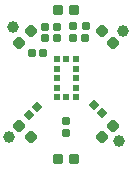
<source format=gts>
G04*
G04 #@! TF.GenerationSoftware,Altium Limited,Altium Designer,22.11.1 (43)*
G04*
G04 Layer_Color=8388736*
%FSLAX43Y43*%
%MOMM*%
G71*
G04*
G04 #@! TF.SameCoordinates,FB5CEF4A-B6EA-44A6-96C9-558EDDA3D9AB*
G04*
G04*
G04 #@! TF.FilePolarity,Negative*
G04*
G01*
G75*
%ADD12R,0.620X0.620*%
G04:AMPARAMS|DCode=13|XSize=0.9mm|YSize=0.9mm|CornerRadius=0.15mm|HoleSize=0mm|Usage=FLASHONLY|Rotation=135.000|XOffset=0mm|YOffset=0mm|HoleType=Round|Shape=RoundedRectangle|*
%AMROUNDEDRECTD13*
21,1,0.900,0.600,0,0,135.0*
21,1,0.600,0.900,0,0,135.0*
1,1,0.300,0.000,0.424*
1,1,0.300,0.424,0.000*
1,1,0.300,0.000,-0.424*
1,1,0.300,-0.424,0.000*
%
%ADD13ROUNDEDRECTD13*%
G04:AMPARAMS|DCode=14|XSize=0.9mm|YSize=0.9mm|CornerRadius=0.15mm|HoleSize=0mm|Usage=FLASHONLY|Rotation=180.000|XOffset=0mm|YOffset=0mm|HoleType=Round|Shape=RoundedRectangle|*
%AMROUNDEDRECTD14*
21,1,0.900,0.600,0,0,180.0*
21,1,0.600,0.900,0,0,180.0*
1,1,0.300,-0.300,0.300*
1,1,0.300,0.300,0.300*
1,1,0.300,0.300,-0.300*
1,1,0.300,-0.300,-0.300*
%
%ADD14ROUNDEDRECTD14*%
G04:AMPARAMS|DCode=15|XSize=0.9mm|YSize=0.9mm|CornerRadius=0.15mm|HoleSize=0mm|Usage=FLASHONLY|Rotation=45.000|XOffset=0mm|YOffset=0mm|HoleType=Round|Shape=RoundedRectangle|*
%AMROUNDEDRECTD15*
21,1,0.900,0.600,0,0,45.0*
21,1,0.600,0.900,0,0,45.0*
1,1,0.300,0.424,0.000*
1,1,0.300,0.000,-0.424*
1,1,0.300,-0.424,0.000*
1,1,0.300,0.000,0.424*
%
%ADD15ROUNDEDRECTD15*%
G04:AMPARAMS|DCode=16|XSize=0.69mm|YSize=0.7mm|CornerRadius=0.124mm|HoleSize=0mm|Usage=FLASHONLY|Rotation=180.000|XOffset=0mm|YOffset=0mm|HoleType=Round|Shape=RoundedRectangle|*
%AMROUNDEDRECTD16*
21,1,0.690,0.453,0,0,180.0*
21,1,0.443,0.700,0,0,180.0*
1,1,0.248,-0.221,0.226*
1,1,0.248,0.221,0.226*
1,1,0.248,0.221,-0.226*
1,1,0.248,-0.221,-0.226*
%
%ADD16ROUNDEDRECTD16*%
G04:AMPARAMS|DCode=17|XSize=0.71mm|YSize=0.7mm|CornerRadius=0.125mm|HoleSize=0mm|Usage=FLASHONLY|Rotation=180.000|XOffset=0mm|YOffset=0mm|HoleType=Round|Shape=RoundedRectangle|*
%AMROUNDEDRECTD17*
21,1,0.710,0.450,0,0,180.0*
21,1,0.460,0.700,0,0,180.0*
1,1,0.250,-0.230,0.225*
1,1,0.250,0.230,0.225*
1,1,0.250,0.230,-0.225*
1,1,0.250,-0.230,-0.225*
%
%ADD17ROUNDEDRECTD17*%
G04:AMPARAMS|DCode=18|XSize=0.71mm|YSize=0.7mm|CornerRadius=0.125mm|HoleSize=0mm|Usage=FLASHONLY|Rotation=45.000|XOffset=0mm|YOffset=0mm|HoleType=Round|Shape=RoundedRectangle|*
%AMROUNDEDRECTD18*
21,1,0.710,0.450,0,0,45.0*
21,1,0.460,0.700,0,0,45.0*
1,1,0.250,0.322,0.004*
1,1,0.250,-0.004,-0.322*
1,1,0.250,-0.322,-0.004*
1,1,0.250,0.004,0.322*
%
%ADD18ROUNDEDRECTD18*%
G04:AMPARAMS|DCode=19|XSize=0.71mm|YSize=0.7mm|CornerRadius=0.125mm|HoleSize=0mm|Usage=FLASHONLY|Rotation=90.000|XOffset=0mm|YOffset=0mm|HoleType=Round|Shape=RoundedRectangle|*
%AMROUNDEDRECTD19*
21,1,0.710,0.450,0,0,90.0*
21,1,0.460,0.700,0,0,90.0*
1,1,0.250,0.225,0.230*
1,1,0.250,0.225,-0.230*
1,1,0.250,-0.225,-0.230*
1,1,0.250,-0.225,0.230*
%
%ADD19ROUNDEDRECTD19*%
G04:AMPARAMS|DCode=20|XSize=0.71mm|YSize=0.7mm|CornerRadius=0.125mm|HoleSize=0mm|Usage=FLASHONLY|Rotation=135.000|XOffset=0mm|YOffset=0mm|HoleType=Round|Shape=RoundedRectangle|*
%AMROUNDEDRECTD20*
21,1,0.710,0.450,0,0,135.0*
21,1,0.460,0.700,0,0,135.0*
1,1,0.250,-0.004,0.322*
1,1,0.250,0.322,-0.004*
1,1,0.250,0.004,-0.322*
1,1,0.250,-0.322,0.004*
%
%ADD20ROUNDEDRECTD20*%
%ADD21C,1.000*%
D12*
X0Y-1100D02*
D03*
Y2100D02*
D03*
X800Y-1100D02*
D03*
Y-300D02*
D03*
X-800Y-1100D02*
D03*
Y-300D02*
D03*
X800Y2100D02*
D03*
X-800D02*
D03*
Y1300D02*
D03*
X800D02*
D03*
Y500D02*
D03*
X-800D02*
D03*
D13*
X3005Y4495D02*
D03*
X3995Y3505D02*
D03*
X-3005Y-4495D02*
D03*
X-3995Y-3505D02*
D03*
D14*
X700Y6300D02*
D03*
X-700D02*
D03*
Y-6300D02*
D03*
X700D02*
D03*
D15*
X3995Y-3505D02*
D03*
X3005Y-4495D02*
D03*
X-3005Y4495D02*
D03*
X-3995Y3505D02*
D03*
D16*
X-1757Y3884D02*
D03*
X-732D02*
D03*
X-1770Y4881D02*
D03*
X-745D02*
D03*
X625Y4920D02*
D03*
X1650D02*
D03*
X614Y3902D02*
D03*
X1639D02*
D03*
D17*
X-2925Y2600D02*
D03*
X-1925D02*
D03*
D18*
X-2471Y-1896D02*
D03*
X-3179Y-2604D02*
D03*
D19*
X0Y-3150D02*
D03*
Y-4150D02*
D03*
D20*
X2346Y-1746D02*
D03*
X3054Y-2454D02*
D03*
D21*
X-4828Y-4500D02*
D03*
X4500Y-4828D02*
D03*
X-4500Y4828D02*
D03*
X4828Y4500D02*
D03*
M02*

</source>
